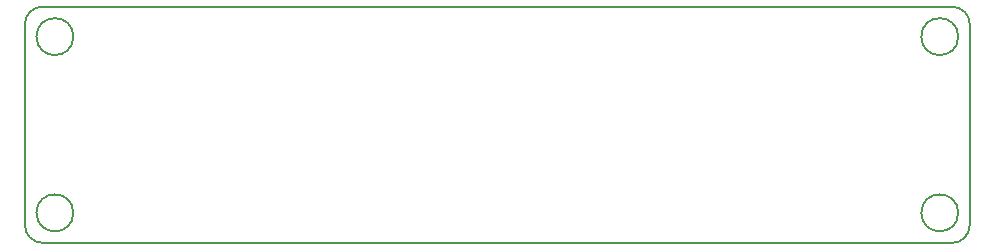
<source format=gbr>
%TF.GenerationSoftware,KiCad,Pcbnew,9.0.5*%
%TF.CreationDate,2025-11-20T18:01:40-05:00*%
%TF.ProjectId,stencilFix,7374656e-6369-46c4-9669-782e6b696361,rev?*%
%TF.SameCoordinates,Original*%
%TF.FileFunction,Profile,NP*%
%FSLAX46Y46*%
G04 Gerber Fmt 4.6, Leading zero omitted, Abs format (unit mm)*
G04 Created by KiCad (PCBNEW 9.0.5) date 2025-11-20 18:01:40*
%MOMM*%
%LPD*%
G01*
G04 APERTURE LIST*
%TA.AperFunction,Profile*%
%ADD10C,0.200000*%
%TD*%
G04 APERTURE END LIST*
D10*
X167499999Y-68500000D02*
G75*
G02*
X169000000Y-70000000I1J-1500000D01*
G01*
X93102499Y-85960000D02*
G75*
G02*
X89977499Y-85960000I-1562500J0D01*
G01*
X89977499Y-85960000D02*
G75*
G02*
X93102499Y-85960000I1562500J0D01*
G01*
X168022499Y-85960000D02*
G75*
G02*
X164897499Y-85960000I-1562500J0D01*
G01*
X164897499Y-85960000D02*
G75*
G02*
X168022499Y-85960000I1562500J0D01*
G01*
X88999999Y-70000001D02*
X88999999Y-86999999D01*
X167499999Y-68500000D02*
X90500000Y-68500000D01*
X168999999Y-87000000D02*
G75*
G02*
X167499999Y-88499999I-1499999J0D01*
G01*
X167499999Y-88500000D02*
X90500000Y-88500000D01*
X168999999Y-70000000D02*
X168999999Y-87000000D01*
X90500000Y-88500000D02*
G75*
G02*
X89000000Y-86999999I0J1500000D01*
G01*
X93102499Y-71040000D02*
G75*
G02*
X89977499Y-71040000I-1562500J0D01*
G01*
X89977499Y-71040000D02*
G75*
G02*
X93102499Y-71040000I1562500J0D01*
G01*
X88999999Y-70000001D02*
G75*
G02*
X90500000Y-68499999I1500001J1D01*
G01*
X168022499Y-71040000D02*
G75*
G02*
X164897499Y-71040000I-1562500J0D01*
G01*
X164897499Y-71040000D02*
G75*
G02*
X168022499Y-71040000I1562500J0D01*
G01*
M02*

</source>
